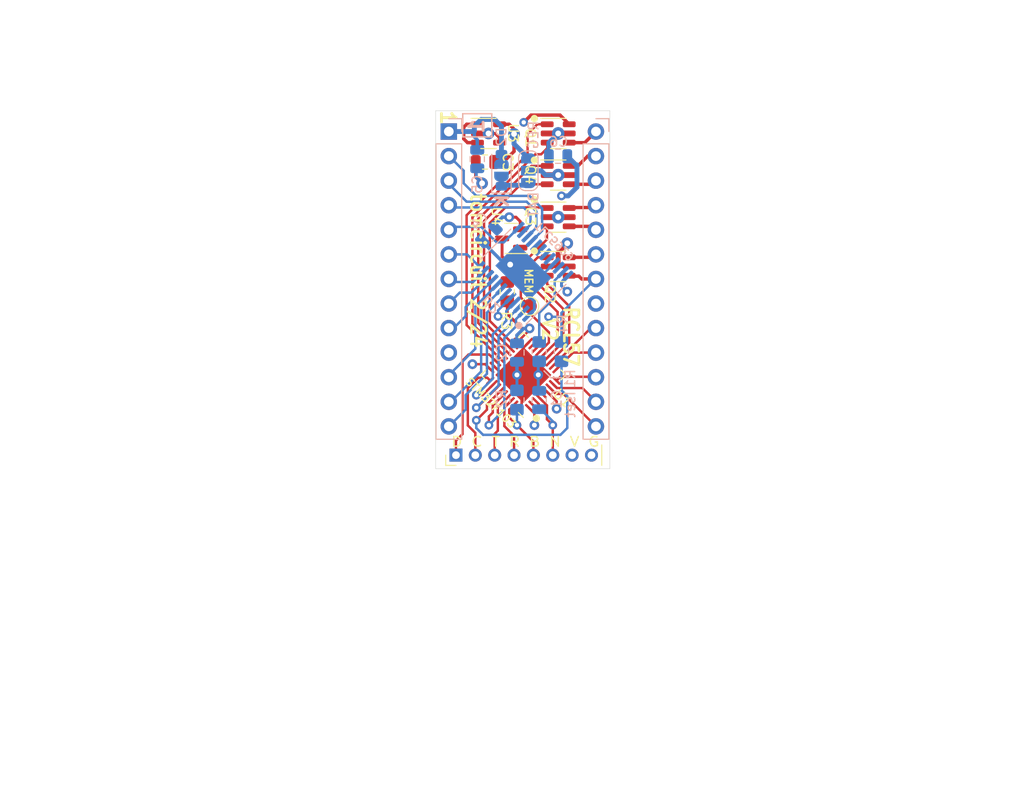
<source format=kicad_pcb>
(kicad_pcb (version 20221018) (generator pcbnew)
  (layers (0 "F.Cu" signal) (1 "In1.Cu" mixed) (2 "In2.Cu" mixed) (31 "B.Cu" signal) (34 "B.Paste" user) (35 "F.Paste" user) (36 "B.SilkS" user "B.Silkscreen") (37 "F.SilkS" user "F.Silkscreen") (38 "B.Mask" user) (39 "F.Mask" user) (44 "Edge.Cuts" user))
  (net 0 "")
  (net 1 "GND")
  (net 2 "+3V3")
  (net 3 "+BATT")
  (net 6 "VBUS")
  (net 13 "Net-(U2-IREF)")
  (net 16 "/NRST")
  (net 17 "/D1SP")
  (net 18 "/D2")
  (net 19 "/D3")
  (net 20 "/D4")
  (net 21 "/D5")
  (net 22 "/D6")
  (net 23 "/D7")
  (net 24 "/D8")
  (net 25 "/D9")
  (net 26 "/D10")
  (net 27 "/D11")
  (net 28 "/SG")
  (net 29 "/SF")
  (net 30 "/SE")
  (net 31 "/SC")
  (net 32 "/SB")
  (net 33 "/SA")
  (net 34 "/D12SD")
  (net 35 "/K5")
  (net 36 "/K4")
  (net 37 "/K3")
  (net 38 "/K2")
  (net 39 "/K1")
  (net 40 "/SWDIO")
  (net 41 "/SWCLK")
  (net 42 "/U1TXD")
  (net 43 "/U1RXD")
  (net 44 "/BOOT0")
  (net 45 "/P_DRIVE")
  (net 46 "/G_DRIVE")
  (net 47 "/A_DRIVE")
  (net 48 "/D_DRIVE")
  (net 49 "/C_DRIVE")
  (net 50 "/B_DRIVE")
  (net 51 "/F_DRIVE")
  (net 52 "/E_DRIVE")
  (net 53 "/MEMIO")
  (net 54 "/D12MCU")
  (net 55 "/LATCH")
  (net 56 "/SCLK")
  (net 57 "/SDATA")
  (net 58 "Net-(D2-K)")
  (footprint "Package_TO_SOT_SMD:SOT-23-6" (layer "F.Cu") (at 148.459999 96.1)
    (fp_text reference "Q2")
    (fp_text value "DMP2240UDM-7")
  )
  (footprint "Package_DFN_QFN:QFN-36-1EP_6x6mm_P0.5mm_EP4.1x4.1mm" (layer "F.Cu") (at 144.859999 107.309585 135)
    (fp_text reference "U1")
    (fp_text value "STM32F103TBUx")
  )
  (footprint "Capacitor_SMD:C_0805_2012Metric" (layer "F.Cu") (at 140.9 85.3 180)
    (fp_text reference "C3")
    (fp_text value "4.7uF")
  )
  (footprint "Package_TO_SOT_SMD:SOT-23-6" (layer "F.Cu") (at 148.46 82.347056)
    (fp_text reference "Q1")
    (fp_text value "DMP2240UDM-7")
  )
  (footprint "Package_TO_SOT_SMD:SOT-23-6" (layer "F.Cu") (at 148.4625 86.65)
    (fp_text reference "Q4")
    (fp_text value "DMP2240UDM-7")
  )
  (footprint "Connector_PinHeader_2.00mm:PinHeader_1x08_P2.00mm_Vertical" (layer "F.Cu") (at 137.9 115.6 90)
    (fp_text reference "J3" hide)
    (fp_text value "STLINK" hide)
  )
  (footprint "Resistor_SMD:R_0805_2012Metric_Pad1.20x1.40mm_HandSolder" (layer "F.Cu") (at 143.2 98.7 90)
    (fp_text reference "R3")
    (fp_text value "47K")
  )
  (footprint "TestPoint:TestPoint_Pad_D1.5mm" (layer "F.Cu") (at 145.5 100.2)
    (fp_text reference "TP1" hide)
    (fp_text value "MEMIO")
  )
  (footprint "Package_TO_SOT_SMD:SOT-23" (layer "F.Cu") (at 143.6 93.2 180)
    (fp_text reference "U4")
    (fp_text value "11AA080/TT")
  )
  (footprint "Package_TO_SOT_SMD:SOT-23-5" (layer "F.Cu") (at 141.26 82.347056)
    (fp_text reference "U3")
    (fp_text value "TLV70033")
  )
  (footprint "Package_TO_SOT_SMD:SOT-23-6" (layer "F.Cu") (at 148.459999 91)
    (fp_text reference "Q3")
    (fp_text value "DMP2240UDM-7")
  )
  (footprint "Capacitor_SMD:C_0805_2012Metric" (layer "B.Cu") (at 144.2 105 -90)
    (fp_text reference "C2")
    (fp_text value "100nF")
  )
  (footprint "Diode_SMD:D_SOD-123" (layer "B.Cu") (at 142.6 86.15 90)
    (fp_text reference "D2")
    (fp_text value "MBR0520")
  )
  (footprint "Capacitor_SMD:C_0805_2012Metric" (layer "B.Cu") (at 140.1 85 -90)
    (fp_text reference "C5")
    (fp_text value "100nF")
  )
  (footprint "Resistor_SMD:R_0805_2012Metric_Pad1.20x1.40mm_HandSolder" (layer "B.Cu") (at 148.8 104.9 -90)
    (fp_text reference "R4")
    (fp_text value "470")
  )
  (footprint "Capacitor_SMD:C_0805_2012Metric" (layer "B.Cu") (at 148.449999 84.7)
    (fp_text reference "C6")
    (fp_text value "4.7uF")
  )
  (footprint "Capacitor_SMD:C_0805_2012Metric" (layer "B.Cu") (at 141.3 92.8 -135)
    (fp_text reference "C4")
    (fp_text value "100nF")
  )
  (footprint "Jumper:SolderJumper-2_P1.3mm_Open_RoundedPad1.0x1.5mm" (layer "B.Cu") (at 142.6 86.15 -90)
    (fp_text reference "JP1" hide)
    (fp_text value "NoDiode" hide)
  )
  (footprint "Connector_PinHeader_2.54mm:PinHeader_1x13_P2.54mm_Vertical" (layer "B.Cu") (at 137.16 82.147058 180)
    (fp_text reference "J1" hide)
    (fp_text value "TMC1500 p1-13")
  )
  (footprint "Resistor_SMD:R_0805_2012Metric_Pad1.20x1.40mm_HandSolder" (layer "B.Cu") (at 146.5 104.9 -90)
    (fp_text reference "R1")
    (fp_text value "6.8K")
  )
  (footprint "Resistor_SMD:R_0805_2012Metric_Pad1.20x1.40mm_HandSolder" (layer "B.Cu") (at 144.2 109.9 90)
    (fp_text reference "R2")
    (fp_text value "47K")
  )
  (footprint "Jumper:SolderJumper-3_P1.3mm_Open_RoundedPad1.0x1.5mm_NumberLabels" (layer "B.Cu") (at 145.375 86.2 -90)
    (fp_text reference "JP2" hide)
    (fp_text value "VBUS" hide)
  )
  (footprint "Package_SO:TSSOP-24-1EP_4.4x7.8mm_P0.65mm_EP3.2x5mm" (layer "B.Cu") (at 144.859999 96.647056 45)
    (fp_text reference "U2")
    (fp_text value "TLC5929PWP")
  )
  (footprint "Connector_PinHeader_2.54mm:PinHeader_1x13_P2.54mm_Vertical" (layer "B.Cu") (at 152.36 82.147056 180)
    (fp_text reference "J2" hide)
    (fp_text value "TMC1500 p28-16")
  )
  (footprint "Capacitor_SMD:C_0805_2012Metric" (layer "B.Cu") (at 146.5 109.9 -90)
    (fp_text reference "C1")
    (fp_text value "100nF")
  )
  (gr_line (start 141.600001 80.300002) (end 138.6 80.300002) (stroke (width 0.15)) (layer "B.SilkS"))
  (gr_line (start 138.6 82.7) (end 141.600001 82.7) (stroke (width 0.15)) (layer "B.SilkS"))
  (gr_line (start 141.600001 82.7) (end 141.600001 80.300002) (stroke (width 0.15)) (layer "B.SilkS"))
  (gr_line (start 147.7 107.6) (end 147 106.9) (stroke (width 0.15)) (layer "B.SilkS"))
  (gr_circle (center 144.4 102.2) (end 144.7 102.2) (stroke (width 0.15)) (fill solid) (layer "B.SilkS"))
  (gr_line (start 148.8 107.6) (end 147.7 107.6) (stroke (width 0.15)) (layer "B.SilkS"))
  (gr_line (start 138.6 80.300002) (end 138.6 82.7) (stroke (width 0.15)) (layer "B.SilkS"))
  (gr_circle (center 146 89.2) (end 146.3 89.2) (stroke (width 0.15)) (fill solid) (layer "F.SilkS"))
  (gr_circle (center 146 80.8) (end 146.3 80.8) (stroke (width 0.15)) (fill solid) (layer "F.SilkS"))
  (gr_circle (center 146 85.1) (end 146.3 85.1) (stroke (width 0.15)) (fill solid) (layer "F.SilkS"))
  (gr_circle (center 146.2 111.8) (end 146.5 111.8) (stroke (width 0.15)) (fill solid) (layer "F.SilkS"))
  (gr_circle (center 146 94.5) (end 146.3 94.5) (stroke (width 0.15)) (fill solid) (layer "F.SilkS"))
  (gr_line (start 135.8 117) (end 149.8 117) (stroke (width 0.05)) (layer "Edge.Cuts"))
  (gr_line (start 135.8 117) (end 135.8 80) (stroke (width 0.05)) (layer "Edge.Cuts"))
  (gr_line (start 135.8 80) (end 153.8 80) (stroke (width 0.05)) (layer "Edge.Cuts"))
  (gr_line (start 153.8 80) (end 153.8 86.2) (stroke (width 0.05)) (layer "Edge.Cuts"))
  (gr_line (start 153.8 117) (end 153.8 86.2) (stroke (width 0.05)) (layer "Edge.Cuts"))
  (gr_line (start 149.8 117) (end 153.8 117) (stroke (width 0.05)) (layer "Edge.Cuts"))
  (gr_text "1" (at 140.9 80.7 90) (layer "B.SilkS") (effects (font (size 1.5 1.5) (thickness 0.3) bold) (justify left bottom mirror)))
  (gr_text "Iset" (at 150.3 108.9 90) (layer "B.SilkS") (effects (font (size 1 1)) (justify left bottom mirror)))
  (gr_text "K" (at 143.4 88.51 90) (layer "B.SilkS") (effects (font (size 1.25 1.25) (thickness 0.3) bold) (justify left bottom mirror)))
  (gr_text "D C T R B N V G" (at 137.3 114.8) (layer "F.SilkS") (effects (font (size 1 1.18)) (justify left bottom)))
  (gr_text "tomcircuit 2/24" (at 139.3 88.4 270) (layer "F.SilkS") (effects (font (size 1.5 1.3) (thickness 0.25) bold) (justify left bottom)))
  (gr_text "1" (at 136.2 79.8 -90) (layer "F.SilkS") (effects (font (size 1.5 1.5) (thickness 0.3) bold) (justify left bottom)))
  (gr_text "V2" (at 147.6 102.6 270) (layer "F.SilkS") (effects (font (size 1.5 1.3) (thickness 0.25) bold)))
  (gr_text "RCL57" (at 148.9 100.1 270) (layer "F.SilkS") (effects (font (size 1.5 1.3) (thickness 0.28) bold) (justify left bottom)))
  (segment (start 144.859999 107.309585) (end 144.684631 107.484953) (width 0.25) (layer "F.Cu") (net 1))
  (segment (start 144.684631 110.315369) (end 144.227122 110.772878) (width 0.25) (layer "F.Cu") (net 1))
  (segment (start 146.866415 109.316) (end 144.859999 107.309585) (width 0.25) (layer "F.Cu") (net 1))
  (segment (start 141.947056 82.347056) (end 141.26 82.347056) (width 0.3) (layer "F.Cu") (net 1))
  (segment (start 142.3975 83.297056) (end 142.3975 82.7975) (width 0.3) (layer "F.Cu") (net 1))
  (segment (start 144.684631 107.484953) (end 144.684631 110.315369) (width 0.25) (layer "F.Cu") (net 1))
  (segment (start 144.859999 107.309585) (end 142.738679 107.309583) (width 0.25) (layer "F.Cu") (net 1))
  (segment (start 144.859999 104.516514) (end 145.4522 103.924313) (width 0.25) (layer "F.Cu") (net 1))
  (segment (start 140.1225 82.347056) (end 141.26 82.347056) (width 0.35) (layer "F.Cu") (net 1))
  (segment (start 143.5 95.9) (end 143.49999 95.90001) (width 0.3) (layer "F.Cu") (net 1))
  (segment (start 142.3975 82.7975) (end 141.947056 82.347056) (width 0.3) (layer "F.Cu") (net 1))
  (segment (start 142.6625 95.0625) (end 143.5 95.9) (width 0.3) (layer "F.Cu") (net 1))
  (segment (start 144.859999 107.309585) (end 144.859999 104.516514) (width 0.25) (layer "F.Cu") (net 1))
  (segment (start 139.95 85.3) (end 139.95 86.85) (width 0.35) (layer "F.Cu") (net 1))
  (segment (start 142.6625 93.2) (end 142.6625 95.0625) (width 0.3) (layer "F.Cu") (net 1))
  (segment (start 145.4522 103.924313) (end 145.4522 103.888956) (width 0.25) (layer "F.Cu") (net 1))
  (segment (start 142.738679 107.309583) (end 141.792923 106.36383) (width 0.25) (layer "F.Cu") (net 1))
  (segment (start 139.95 86.85) (end 140.6 87.5) (width 0.35) (layer "F.Cu") (net 1))
  (via (at 140.6 87.5) (size 1.2) (drill 0.6) (layers "F.Cu" "B.Cu") (net 1))
  (via (at 141.26 82.347056) (size 1.2) (drill 0.6) (layers "F.Cu" "B.Cu") (net 1))
  (via (at 146.4 107.3) (size 1) (drill 0.5) (layers "F.Cu" "B.Cu") (net 1))
  (via (at 148.8 88.8) (size 0.9) (drill 0.45) (layers "F.Cu" "B.Cu") (net 1))
  (via (at 144.2 107.309585) (size 1) (drill 0.5) (layers "F.Cu" "B.Cu") (net 1))
  (via (at 143.5 95.9) (size 1.2) (drill 0.6) (layers "F.Cu" "B.Cu") (net 1))
  (segment (start 143.5 95.9) (end 143.2 96.9) (width 0.3) (layer "B.Cu") (net 1))
  (segment (start 143.2 96.9) (end 146 99.7) (width 0.3) (layer "B.Cu") (net 1))
  (segment (start 149.5 88.8) (end 150.4 87.9) (width 0.5) (layer "B.Cu") (net 1))
  (segment (start 143 95.9) (end 143.5 95.9) (width 0.35) (layer "B.Cu") (net 1))
  (segment (start 144.2 107.309585) (end 144.2 106.649586) (width 0.35) (layer "B.Cu") (net 1))
  (segment (start 140.628249 93.528249) (end 143 95.9) (width 0.35) (layer "B.Cu") (net 1))
  (segment (start 146.5 97.305152) (end 144.905152 97.305152) (width 0.25) (layer "B.Cu") (net 1))
  (segment (start 140 86.05) (end 140 86.9) (width 0.3) (layer "B.Cu") (net 1))
  (segment (start 144.905152 97.305152) (end 143.5 95.9) (width 0.25) (layer "B.Cu") (net 1))
  (segment (start 144.2 106.649586) (end 144.2 105.95) (width 0.35) (layer "B.Cu") (net 1))
  (segment (start 146 100.56287) (end 145.363814 101.199056) (width 0.3) (layer "B.Cu") (net 1))
  (segment (start 140.1 85.95) (end 140 86.05) (width 0.3) (layer "B.Cu") (net 1))
  (segment (start 150.299999 85.6) (end 149.399999 84.7) (width 0.5) (layer "B.Cu") (net 1))
  (segment (start 140 86.9) (end 140.6 87.5) (width 0.3) (layer "B.Cu") (net 1))
  (segment (start 148.033141 95.772011) (end 146.5 97.305152) (width 0.25) (layer "B.Cu") (net 1))
  (segment (start 150.4 87.9) (end 150.4 85.6) (width 0.5) (layer "B.Cu") (net 1))
  (segment (start 146 99.7) (end 146 100.56287) (width 0.3) (layer "B.Cu") (net 1))
  (segment (start 140.628249 93.471751) (end 140.628249 93.528249) (width 0.35) (layer "B.Cu") (net 1))
  (segment (start 146.5 105.9) (end 146.4 106) (width 0.3) (layer "B.Cu") (net 1))
  (segment (start 146.5 108.95) (end 146.4 108.85) (width 0.3) (layer "B.Cu") (net 1))
  (segment (start 148.8 88.8) (end 149.5 88.8) (width 0.5) (layer "B.Cu") (net 1))
  (segment (start 146.4 106) (end 146.4 107.3) (width 0.3) (layer "B.Cu") (net 1))
  (segment (start 146.4 108.85) (end 146.4 107.3) (width 0.3) (layer "B.Cu") (net 1))
  (segment (start 144.2 107.309585) (end 144.2 108.9) (width 0.3) (layer "B.Cu") (net 1))
  (segment (start 150.4 85.6) (end 150.299999 85.6) (width 0.5) (layer "B.Cu") (net 1))
  (segment (start 143.9 81.9) (end 143.9 84.2) (width 0.35) (layer "F.Cu") (net 2))
  (segment (start 142.41 81.397056) (end 143.397056 81.397056) (width 0.35) (layer "F.Cu") (net 2))
  (segment (start 145.452201 110.730212) (end 146 111.278011) (width 0.25) (layer "F.Cu") (net 2))
  (segment (start 144.1 91) (end 143.4 91) (width 0.3) (layer "F.Cu") (net 2))
  (segment (start 146 111.278011) (end 146 112.5) (width 0.25) (layer "F.Cu") (net 2))
  (segment (start 147.219969 108.962446) (end 148.3 110.042477) (width 0.25) (layer "F.Cu") (net 2))
  (segment (start 144.7 102.5) (end 145.5 102.5) (width 0.3) (layer "F.Cu") (net 2))
  (segment (start 143.2 99.7) (end 143.2 101) (width 0.3) (layer "F.Cu") (net 2))
  (segment (start 144.267798 103.888953) (end 145.5 102.656751) (width 0.25) (layer "F.Cu") (net 2))
  (segment (start 142.3975 81.397056) (end 142.41 81.397056) (width 0.3) (layer "F.Cu") (net 2))
  (segment (start 143.2 101) (end 144.7 102.5) (width 0.3) (layer "F.Cu") (net 2))
  (segment (start 144.5375 92.25) (end 144.5375 91.4375) (width 0.3) (layer "F.Cu") (net 2))
  (segment (start 142.8 85.3) (end 141.85 85.3) (width 0.35) (layer "F.Cu") (net 2))
  (segment (start 140.921989 106.2) (end 139.600002 106.2) (width 0.25) (layer "F.Cu") (net 2))
  (segment (start 143.9 84.2) (end 142.8 85.3) (width 0.35) (layer "F.Cu") (net 2))
  (segment (start 144.5375 91.4375) (end 144.1 91) (width 0.3) (layer "F.Cu") (net 2))
  (segment (start 143.397056 81.397056) (end 143.9 81.9) (width 0.35) (layer "F.Cu") (net 2))
  (segment (start 145.5 102.656751) (end 145.5 102.5) (width 0.25) (layer "F.Cu") (net 2))
  (segment (start 141.43937 106.717381) (end 140.921989 106.2) (width 0.25) (layer "F.Cu") (net 2))
  (segment (start 148.3 110.042477) (end 148.3 110.799994) (width 0.25) (layer "F.Cu") (net 2))
  (via (at 148.3 110.799994) (size 1) (drill 0.5) (layers "F.Cu" "B.Cu") (net 2))
  (via (at 146 112.5) (size 1) (drill 0.5) (layers "F.Cu" "B.Cu") (net 2))
  (via (at 149.4 98.700002) (size 1) (drill 0.5) (layers "F.Cu" "B.Cu") (net 2))
  (via (at 139.600002 106.2) (size 1) (drill 0.5) (layers "F.Cu" "B.Cu") (net 2))
  (via (at 143.9 82.4) (size 1.2) (drill 0.6) (layers "F.Cu" "B.Cu") (net 2))
  (via (at 145.5 102.5) (size 1) (drill 0.5) (layers "F.Cu" "B.Cu") (net 2))
  (via (at 143.4 91) (size 1) (drill 0.5) (layers "F.Cu" "B.Cu") (net 2))
  (segment (start 148.8 97.762869) (end 148.8 98.100002) (width 0.3) (layer "B.Cu") (net 2))
  (segment (start 144.9 102.5) (end 145.5 102.5) (width 0.35) (layer "B.Cu") (net 2))
  (segment (start 143.9 83.425) (end 145.375 84.9) (width 0.5) (layer "B.Cu") (net 2))
  (segment (start 141.971751 92.128249) (end 141.971751 91.728249) (width 0.35) (layer "B.Cu") (net 2))
  (segment (start 143.9 82.4) (end 143.9 83.425) (width 0.5) (layer "B.Cu") (net 2))
  (segment (start 141.971751 91.728249) (end 142.7 91) (width 0.35) (layer "B.Cu") (net 2))
  (segment (start 149.411998 97.150871) (end 148.8 97.762869) (width 0.3) (layer "B.Cu") (net 2))
  (segment (start 144.2 103.2) (end 144.9 102.5) (width 0.35) (layer "B.Cu") (net 2))
  (segment (start 144.2 104.05) (end 144.2 103.2) (width 0.35) (layer "B.Cu") (net 2))
  (segment (start 148.8 98.100002) (end 149.4 98.700002) (width 0.3) (layer "B.Cu") (net 2))
  (segment (start 142.7 91) (end 143.4 91) (width 0.35) (layer "B.Cu") (net 2))
  (segment (start 138.7 81.7) (end 139.002943 81.397057) (width 0.35) (layer "F.Cu") (net 3))
  (segment (start 139.002943 81.397057) (end 140.1225 81.397057) (width 0.35) (layer "F.Cu") (net 3))
  (segment (start 138.7 82.147058) (end 138.7 81.7) (width 0.35) (layer "F.Cu") (net 3))
  (segment (start 139.1 83.3) (end 140.119556 83.3) (width 0.35) (layer "F.Cu") (net 3))
  (segment (start 138.7 82.9) (end 139.1 83.3) (width 0.35) (layer "F.Cu") (net 3))
  (segment (start 138.7 82.147058) (end 138.7 82.9) (width 0.35) (layer "F.Cu") (net 3))
  (segment (start 137.16 82.147058) (end 138.7 82.147058) (width 0.35) (layer "F.Cu") (net 3))
  (segment (start 139.8 81.6) (end 140.5 80.9) (width 0.5) (layer "B.Cu") (net 3))
  (segment (start 139.8 82.1) (end 139.8 82.7) (width 0.35) (layer "B.Cu") (net 3))
  (segment (start 137.16 82.147058) (end 139.752942 82.147058) (width 0.5) (layer "B.Cu") (net 3))
  (segment (start 140.1 83) (end 140.1 84.05) (width 0.35) (layer "B.Cu") (net 3))
  (segment (start 141.9 80.9) (end 142.6 81.6) (width 0.5) (layer "B.Cu") (net 3))
  (segment (start 142.6 81.6) (end 142.6 84.5) (width 0.5) (layer "B.Cu") (net 3))
  (segment (start 139.752942 82.147058) (end 139.8 82.1) (width 0.5) (layer "B.Cu") (net 3))
  (segment (start 139.8 82.1) (end 139.8 81.6) (width 0.5) (layer "B.Cu") (net 3))
  (segment (start 142.6 84.5) (end 142.6 85.5) (width 0.5) (layer "B.Cu") (net 3))
  (segment (start 139.8 82.7) (end 140.1 83) (width 0.35) (layer "B.Cu") (net 3))
  (segment (start 140.5 80.9) (end 141.9 80.9) (width 0.5) (layer "B.Cu") (net 3))
  (segment (start 148.460003 96.039997) (end 148.4 96.1) (width 0.35) (layer "F.Cu") (net 6))
  (segment (start 148.460003 94.639995) (end 149.399999 93.699999) (width 0.5) (layer "F.Cu") (net 6))
  (segment (start 148.460003 96.039997) (end 148.460003 94.639995) (width 0.5) (layer "F.Cu") (net 6))
  (segment (start 148.4 96.1) (end 147.322499 96.1) (width 0.35) (layer "F.Cu") (net 6))
  (segment (start 149.5975 82.347056) (end 147.3225 82.347056) (width 0.5) (layer "F.Cu") (net 6))
  (segment (start 147.325 86.65) (end 149.6 86.65) (width 0.5) (layer "F.Cu") (net 6))
  (segment (start 148.520006 96.1) (end 149.597499 96.1) (width 0.35) (layer "F.Cu") (net 6))
  (segment (start 148.460003 96.039997) (end 148.520006 96.1) (width 0.35) (layer "F.Cu") (net 6))
  (segment (start 148.459999 91) (end 148.460003 91.000004) (width 0.35) (layer "F.Cu") (net 6))
  (segment (start 147.322499 91) (end 149.597499 91) (width 0.5) (layer "F.Cu") (net 6))
  (via (at 149.399999 93.699999) (size 1.2) (drill 0.6) (layers "F.Cu" "B.Cu") (net 6))
  (via (at 148.4625 86.65) (size 1.3) (drill 0.6) (layers "F.Cu" "B.Cu") (net 6))
  (via (at 148.46 82.347056) (size 1.3) (drill 0.6) (layers "F.Cu" "B.Cu") (net 6))
  (via (at 148.459999 91) (size 1.3) (drill 0.6) (layers "F.Cu" "B.Cu") (net 6))
  (segment (start 147.499999 84.7) (end 147.499999 83.307057) (width 0.5) (layer "B.Cu") (net 6))
  (segment (start 147.499999 83.307057) (end 148.46 82.347056) (width 0.5) (layer "B.Cu") (net 6))
  (segment (start 147.15 86.65) (end 148.4625 86.65) (width 0.5) (layer "B.Cu") (net 6))
  (segment (start 146.7 86.2) (end 147.15 86.65) (width 0.5) (layer "B.Cu") (net 6))
  (segment (start 145.3 86.2) (end 146.7 86.2) (width 0.5) (layer "B.Cu") (net 6))
  (segment (start 148.1 97.543632) (end 148.1 99.3) (width 0.25) (layer "B.Cu") (net 13))
  (segment (start 148.95238 96.691252) (end 148.1 97.543632) (width 0.25) (layer "B.Cu") (net 13))
  (segment (start 148.1 99.3) (end 146.5 100.9) (width 0.25) (layer "B.Cu") (net 13))
  (segment (start 146.5 100.9) (end 146.5 103.9) (width 0.25) (layer "B.Cu") (net 13))
  (segment (start 146.512863 109.669554) (end 147.3 110.456691) (width 0.25) (layer "F.Cu") (net 16))
  (segment (start 147.9 115.6) (end 147.9 112.499998) (width 0.25) (layer "F.Cu") (net 16))
  (segment (start 147.3 111.899998) (end 147.9 112.499998) (width 0.25) (layer "F.Cu") (net 16))
  (segment (start 147.3 110.456691) (end 147.3 111.899998) (width 0.25) (layer "F.Cu") (net 16))
  (via (at 147.9 112.499998) (size 0.9) (drill 0.45) (layers "F.Cu" "B.Cu") (net 16))
  (segment (start 146.65 110.85) (end 147.9 112.1) (width 0.25) (layer "B.Cu") (net 16))
  (segment (start 147.9 112.1) (end 147.9 112.499998) (width 0.25) (layer "B.Cu") (net 16))
  (segment (start 146.5 110.85) (end 146.65 110.85) (width 0.25) (layer "B.Cu") (net 16))
  (segment (start 145.652944 80.447056) (end 144.9 81.2) (width 0.35) (layer "F.Cu") (net 17))
  (segment (start 148.647498 80.447056) (end 145.652944 80.447056) (width 0.35) (layer "F.Cu") (net 17))
  (segment (start 149.597499 81.397057) (end 148.647498 80.447056) (width 0.35) (layer "F.Cu") (net 17))
  (via (at 144.9 81.2) (size 0.9) (drill 0.45) (layers "F.Cu" "B.Cu") (net 17))
  (segment (start 140 88.8) (end 138.7 87.5) (width 0.25) (layer "B.Cu") (net 17))
  (segment (start 138.7 87.5) (end 138.7 86.2) (width 0.25) (layer "B.Cu") (net 17))
  (segment (start 145.735044 93.473914) (end 146.8 92.408958) (width 0.25) (layer "B.Cu") (net 17))
  (segment (start 137.187057 84.687057) (end 137.16 84.687057) (width 0.25) (layer "B.Cu") (net 17))
  (segment (start 138.7 86.2) (end 137.187057 84.687057) (width 0.25) (layer "B.Cu") (net 17))
  (segment (start 146.8 90.1) (end 145.5 88.8) (width 0.25) (layer "B.Cu") (net 17))
  (segment (start 145.5 88.8) (end 140 88.8) (width 0.25) (layer "B.Cu") (net 17))
  (segment (start 146.8 92.408958) (end 146.8 90.1) (width 0.25) (layer "B.Cu") (net 17))
  (segment (start 146.2 92.089719) (end 146.2 90.4) (width 0.25) (layer "B.Cu") (net 18))
  (segment (start 145.285705 93.014295) (end 145.275424 93.014295) (width 0.25) (layer "B.Cu") (net 18))
  (segment (start 139 89.4) (end 137.16 87.56) (width 0.25) (layer "B.Cu") (net 18))
  (segment (start 137.16 87.56) (end 137.16 87.227058) (width 0.25) (layer "B.Cu") (net 18))
  (segment (start 145.275424 93.014295) (end 146.2 92.089719) (width 0.25) (layer "B.Cu") (net 18))
  (segment (start 146.2 90.4) (end 145.2 89.4) (width 0.25) (layer "B.Cu") (net 18))
  (segment (start 145.2 89.4) (end 139 89.4) (width 0.25) (layer "B.Cu") (net 18))
  (segment (start 144.9 90) (end 145.6 90.7) (width 0.25) (layer "B.Cu") (net 19))
  (segment (start 145.6 91.770481) (end 144.815805 92.554676) (width 0.25) (layer "B.Cu") (net 19))
  (segment (start 137.16 89.767058) (end 137.392942 90) (width 0.25) (layer "B.Cu") (net 19))
  (segment (start 145.6 90.7) (end 145.6 91.770481) (width 0.25) (layer "B.Cu") (net 19))
  (segment (start 137.392942 90) (end 144.9 90) (width 0.25) (layer "B.Cu") (net 19))
  (segment (start 140.5 92) (end 142.1 93.6) (width 0.25) (layer "B.Cu") (net 20))
  (segment (start 137.9 92) (end 140.5 92) (width 0.25) (layer "B.Cu") (net 20))
  (segment (start 137.592942 92.307058) (end 137.9 92) (width 0.25) (layer "B.Cu") (net 20))
  (segment (start 142.851241 93.6) (end 144.365024 92.086217) (width 0.25) (layer "B.Cu") (net 20))
  (segment (start 137.16 92.307058) (end 137.592942 92.307058) (width 0.25) (layer "B.Cu") (net 20))
  (segment (start 142.1 93.6) (end 142.851241 93.6) (width 0.25) (layer "B.Cu") (net 20))
  (segment (start 137.16 94.847058) (end 139.047058 94.847058) (width 0.25) (layer "B.Cu") (net 21))
  (segment (start 140.307999 96.107999) (end 140.307999 96.143242) (width 0.25) (layer "B.Cu") (net 21))
  (segment (start 139.047058 94.847058) (end 140.307999 96.107999) (width 0.25) (layer "B.Cu") (net 21))
  (segment (start 139.670481 97.7) (end 140.767619 96.602862) (width 0.25) (layer "B.Cu") (net 22))
  (segment (start 137.16 97.387058) (end 137.472942 97.7) (width 0.25) (layer "B.Cu") (net 22))
  (segment (start 137.472942 97.7) (end 139.670481 97.7) (width 0.25) (layer "B.Cu") (net 22))
  (segment (start 137.159997 99.927057) (end 138.287054 98.8) (width 0.25) (layer "B.Cu") (net 23))
  (segment (start 138.287054 98.8) (end 139.489719 98.8) (width 0.25) (layer "B.Cu") (net 23))
  (segment (start 139.489719 98.8) (end 141.227238 97.062481) (width 0.25) (layer "B.Cu") (net 23))
  (segment (start 141.191027 98.008973) (end 141.199985 98.008973) (width 0.25) (layer "B.Cu") (net 24))
  (segment (start 137.16 102.467058) (end 137.661139 102.467058) (width 0.25) (layer "B.Cu") (net 24))
  (segment (start 138.9 100.3) (end 141.191027 98.008973) (width 0.25) (layer "B.Cu") (net 24))
  (segment (start 141.199985 98.008973) (end 141.686857 97.522101) (width 0.25) (layer "B.Cu") (net 24))
  (segment (start 138.9 101.228197) (end 138.9 100.3) (width 0.25) (layer "B.Cu") (net 24))
  (segment (start 137.661139 102.467058) (end 138.9 101.228197) (width 0.25) (layer "B.Cu") (net 24))
  (segment (start 137.16 102.467056) (end 137.661142 102.467056) (width 0.25) (layer "B.Cu") (net 24))
  (segment (start 139.9 104.6) (end 139.9 100.228197) (width 0.25) (layer "B.Cu") (net 25))
  (segment (start 137.16 107.547058) (end 137.16 107.34) (width 0.25) (layer "B.Cu") (net 25))
  (segment (start 137.16 107.34) (end 139.9 104.6) (width 0.25) (layer "B.Cu") (net 25))
  (segment (start 139.9 100.228197) (end 142.146477 97.98172) (width 0.25) (layer "B.Cu") (net 25))
  (segment (start 140.5 106.954074) (end 140.5 100.547435) (width 0.25) (layer "B.Cu") (net 26))
  (segment (start 137.316014 110.087056) (end 137.367018 110.087056) (width 0.25) (layer "B.Cu") (net 26))
  (segment (start 137.367018 110.087056) (end 140.5 106.954074) (width 0.25) (layer "B.Cu") (net 26))
  (segment (start 140.5 100.547435) (end 142.606096 98.441339) (width 0.25) (layer "B.Cu") (net 26))
  (segment (start 137.172942 112.627058) (end 138.9 110.9) (width 0.25) (layer "B.Cu") (net 27))
  (segment (start 141.1 107.19161) (end 141.1 100.866675) (width 0.25) (layer "B.Cu") (net 27))
  (segment (start 141.1 100.866675) (end 143.065716 98.900959) (width 0.25) (layer "B.Cu") (net 27))
  (segment (start 137.159999 112.627058) (end 137.172942 112.627058) (width 0.25) (layer "B.Cu") (net 27))
  (segment (start 138.9 109.39161) (end 141.1 107.19161) (width 0.25) (layer "B.Cu") (net 27))
  (segment (start 138.9 110.9) (end 138.9 109.39161) (width 0.25) (layer "B.Cu") (net 27))
  (segment (start 151.21 83.297056) (end 152.36 82.147056) (width 0.35) (layer "F.Cu") (net 28))
  (segment (start 149.597499 83.297056) (end 151.21 83.297056) (width 0.35) (layer "F.Cu") (net 28))
  (segment (start 151.512941 84.687059) (end 152.359999 84.687059) (width 0.35) (layer "F.Cu") (net 29))
  (segment (start 150.5 85.7) (end 151.512941 84.687059) (width 0.35) (layer "F.Cu") (net 29))
  (segment (start 149.6 85.7) (end 150.5 85.7) (width 0.35) (layer "F.Cu") (net 29))
  (segment (start 149.6 87.6) (end 151.987056 87.6) (width 0.35) (layer "F.Cu") (net 30))
  (segment (start 151.987056 87.6) (end 152.359999 87.227057) (width 0.35) (layer "F.Cu") (net 30))
  (segment (start 152.127057 90) (end 152.359999 89.767058) (width 0.35) (layer "F.Cu") (net 31))
  (segment (start 149.597499 90.05) (end 149.647499 90) (width 0.35) (layer "F.Cu") (net 31))
  (segment (start 149.647499 90) (end 152.127057 90) (width 0.35) (layer "F.Cu") (net 31))
  (segment (start 152.107056 92.307056) (end 152.36 92.307056) (width 0.35) (layer "F.Cu") (net 32))
  (segment (start 149.597499 91.95) (end 151.75 91.95) (width 0.35) (layer "F.Cu") (net 32))
  (segment (start 151.75 91.95) (end 152.107056 92.307056) (width 0.35) (layer "F.Cu") (net 32))
  (segment (start 152.3 92.247056) (end 152.36 92.307056) (width 0.3) (layer "F.Cu") (net 32))
  (segment (start 152.057056 95.15) (end 152.359999 94.847057) (width 0.35) (layer "F.Cu") (net 33))
  (segment (start 149.597499 95.15) (end 152.057056 95.15) (width 0.35) (layer "F.Cu") (net 33))
  (segment (start 150.887056 97.387056) (end 152.36 97.387056) (width 0.35) (layer "F.Cu") (net 34))
  (segment (start 149.597499 97.05) (end 149.647499 97.1) (width 0.35) (layer "F.Cu") (net 34))
  (segment (start 149.647499 97.1) (end 150.6 97.1) (width 0.35) (layer "F.Cu") (net 34))
  (segment (start 150.6 97.1) (end 150.887056 97.387056) (width 0.35) (layer "F.Cu") (net 34))
  (via (at 147.469869 101.3) (size 0.9) (drill 0.45) (layers "F.Cu" "B.Cu") (net 34))
  (via (at 142.25 101.25) (size 0.9) (drill 0.45) (layers "F.Cu" "B.Cu") (net 34))
  (segment (start 152.312944 97.387056) (end 152.36 97.387056) (width 0.25) (layer "B.Cu") (net 34))
  (segment (start 148.8 100.9) (end 152.312944 97.387056) (width 0.25) (layer "B.Cu") (net 34))
  (segment (start 142.25 100.635913) (end 142.25 101.25) (width 0.25) (layer "B.Cu") (net 34))
  (segment (start 143.516496 99.369417) (end 142.25 100.635913) (width 0.25) (layer "B.Cu") (net 34))
  (segment (start 148.8 103.9) (end 148.8 101.3) (width 0.25) (layer "B.Cu") (net 34))
  (segment (start 148.8 101.3) (end 148.8 100.9) (width 0.25) (layer "B.Cu") (net 34))
  (segment (start 147.469869 101.3) (end 148.8 101.3) (width 0.25) (layer "B.Cu") (net 34))
  (segment (start 147.927075 106.36383) (end 151.823849 102.467056) (width 0.25) (layer "F.Cu") (net 35))
  (segment (start 151.823849 102.467056) (end 152.359999 102.467056) (width 0.25) (layer "F.Cu") (net 35))
  (segment (start 152.352941 105) (end 152.359999 105.007058) (width 0.25) (layer "F.Cu") (net 36))
  (segment (start 148.280628 106.717383) (end 149.998011 105) (width 0.25) (layer "F.Cu") (net 36))
  (segment (start 149.998011 105) (end 152.352941 105) (width 0.25) (layer "F.Cu") (net 36))
  (segment (start 148.280628 107.901787) (end 148.682415 107.5) (width 0.25) (layer "F.Cu") (net 37))
  (segment (start 152.352941 107.5) (end 152.4 107.547059) (width 0.25) (layer "F.Cu") (net 37))
  (segment (start 148.682415 107.5) (end 152.352941 107.5) (width 0.25) (layer "F.Cu") (net 37))
  (segment (start 152.359999 110.059999) (end 152.359999 110.087057) (width 0.25) (layer "F.Cu") (net 38))
  (segment (start 150.969357 108.669357) (end 152.359999 110.059999) (width 0.25) (layer "F.Cu") (net 38))
  (segment (start 147.927075 108.25534) (end 148.341092 108.669357) (width 0.25) (layer "F.Cu") (net 38))
  (segment (start 148.341092 108.669357) (end 150.969357 108.669357) (width 0.25) (layer "F.Cu") (net 38))
  (segment (start 147.573521 108.608894) (end 148.239627 109.275) (width 0.25) (layer "F.Cu") (net 39))
  (segment (start 148.239627 109.275) (end 149.007942 109.275) (width 0.25) (layer "F.Cu") (net 39))
  (segment (start 149.007942 109.275) (end 152.359999 112.627058) (width 0.25) (layer "F.Cu") (net 39))
  (segment (start 142.146478 106.010274) (end 141.336204 105.2) (width 0.25) (layer "F.Cu") (net 40))
  (segment (start 138.575 113.425) (end 137.9 114.1) (width 0.25) (layer "F.Cu") (net 40))
  (segment (start 141.336204 105.2) (end 139.2 105.2) (width 0.25) (layer "F.Cu") (net 40))
  (segment (start 137.9 114.1) (end 137.9 115.6) (width 0.25) (layer "F.Cu") (net 40))
  (segment (start 138.575 105.825) (end 138.575 113.425) (width 0.25) (layer "F.Cu") (net 40))
  (segment (start 139.2 105.2) (end 138.575 105.825) (width 0.25) (layer "F.Cu") (net 40))
  (segment (start 139.9 113.3) (end 139.9 115.6) (width 0.25) (layer "F.Cu") (net 41))
  (segment (start 139.7 115.58) (end 139.72 115.6) (width 0.25) (layer "F.Cu") (net 41))
  (segment (start 141.439372 107.901787) (end 141.137585 107.6) (width 0.25) (layer "F.Cu") (net 41))
  (segment (start 139.125 108.675) (end 139.125 112.525) (width 0.25) (layer "F.Cu") (net 41))
  (segment (start 141.137585 107.6) (end 140.2 107.6) (width 0.25) (layer "F.Cu") (net 41))
  (segment (start 140.2 107.6) (end 139.125 108.675) (width 0.25) (layer "F.Cu") (net 41))
  (segment (start 139.125 112.525) (end 139.9 113.3) (width 0.25) (layer "F.Cu") (net 41))
  (segment (start 142.225 110.65169) (end 142.225 113.075) (width 0.25) (layer "F.Cu") (net 42))
  (segment (start 143.207136 109.669554) (end 142.225 110.65169) (width 0.25) (layer "F.Cu") (net 42))
  (segment (start 141.9 113.4) (end 141.9 115.6) (width 0.25) (layer "F.Cu") (net 42))
  (segment (start 142.225 113.075) (end 141.9 113.4) (width 0.25) (layer "F.Cu") (net 42))
  (segment (start 142.9 112.6) (end 143.9 113.6) (width 0.25) (layer "F.Cu") (net 43))
  (segment (start 143.9 113.6) (end 143.9 115.6) (width 0.25) (layer "F.Cu") (net 43))
  (segment (start 142.9 110.683798) (end 142.9 112.6) (width 0.25) (layer "F.Cu") (net 43))
  (segment (start 143.560691 110.023107) (end 142.9 110.683798) (width 0.25) (layer "F.Cu") (net 43))
  (segment (start 145.9 114.2) (end 144.2 112.500002) (width 0.25) (layer "F.Cu") (net 44))
  (segment (start 143.4 110.890905) (end 143.4 111.700002) (width 0.25) (layer "F.Cu") (net 44))
  (segment (start 143.914244 110.376661) (end 143.4 110.890905) (width 0.25) (layer "F.Cu") (net 44))
  (segment (start 145.9 115.6) (end 145.9 114.2) (width 0.25) (layer "F.Cu") (net 44))
  (segment (start 143.4 111.700002) (end 144.2 112.500002) (width 0.25) (layer "F.Cu") (net 44))
  (via (at 144.2 112.500002) (size 0.9) (drill 0.45) (layers "F.Cu" "B.Cu") (net 44))
  (segment (start 144.2 110.9) (end 144.2 112.500002) (width 0.25) (layer "B.Cu") (net 44))
  (segment (start 139 102.156689) (end 139 90.8) (width 0.25) (layer "F.Cu") (net 45))
  (segment (start 139 90.8) (end 145.3 84.5) (width 0.25) (layer "F.Cu") (net 45))
  (segment (start 146.306471 81.397057) (end 147.322499 81.397057) (width 0.25) (layer "F.Cu") (net 45))
  (segment (start 145.3 82.403528) (end 146.306471 81.397057) (width 0.25) (layer "F.Cu") (net 45))
  (segment (start 145.3 84.5) (end 145.3 82.403528) (width 0.25) (layer "F.Cu") (net 45))
  (segment (start 142.500031 105.65672) (end 139 102.156689) (width 0.25) (layer "F.Cu") (net 45))
  (segment (start 139.6 91) (end 146.1 84.5) (width 0.25) (layer "F.Cu") (net 46))
  (segment (start 139.6 102.049585) (end 139.6 91) (width 0.25) (layer "F.Cu") (net 46))
  (segment (start 146.1 84.5) (end 146.7 84.5) (width 0.25) (layer "F.Cu") (net 46))
  (segment (start 142.853584 105.303169) (end 139.6 102.049585) (width 0.25) (layer "F.Cu") (net 46))
  (segment (start 147.322499 83.877501) (end 147.322499 83.297056) (width 0.25) (layer "F.Cu") (net 46))
  (segment (start 146.7 84.5) (end 147.322499 83.877501) (width 0.25) (layer "F.Cu") (net 46))
  (segment (start 147.219968 105.656723) (end 149 103.876691) (width 0.25) (layer "F.Cu") (net 47))
  (segment (start 146.35 95.15) (end 147.322499 95.15) (width 0.25) (layer "F.Cu") (net 47))
  (segment (start 149 100.5) (end 145.8 97.3) (width 0.25) (layer "F.Cu") (net 47))
  (segment (start 149 103.876691) (end 149 100.5) (width 0.25) (layer "F.Cu") (net 47))
  (segment (start 145.8 95.7) (end 146.35 95.15) (width 0.25) (layer "F.Cu") (net 47))
  (segment (start 145.8 97.3) (end 145.8 95.7) (width 0.25) (layer "F.Cu") (net 47))
  (segment (start 149.6 103.983797) (end 149.6 100.2) (width 0.25) (layer "F.Cu") (net 48))
  (segment (start 147.573521 106.010276) (end 149.6 103.983797) (width 0.25) (layer "F.Cu") (net 48))
  (segment (start 147.322499 97.922499) (end 147.322499 97.05) (width 0.25) (layer "F.Cu") (net 48))
  (segment (start 149.6 100.2) (end 147.322499 97.922499) (width 0.25) (layer "F.Cu") (net 48))
  (segment (start 143.914245 104.242508) (end 141.4 101.728263) (width 0.25) (layer "F.Cu") (net 49))
  (segment (start 143 90) (end 147.272499 90) (width 0.25) (layer "F.Cu") (net 49))
  (segment (start 141.4 101.728263) (end 141.4 91.6) (width 0.25) (layer "F.Cu") (net 49))
  (segment (start 141.4 91.6) (end 143 90) (width 0.25) (layer "F.Cu") (net 49))
  (segment (start 147.272499 90) (end 147.322499 90.05) (width 0.25) (layer "F.Cu") (net 49))
  (segment (start 147.3 93.3) (end 147.3 91.972499) (width 0.25) (layer "F.Cu") (net 50))
  (segment (start 146.866414 105.30317) (end 148.4 103.769584) (width 0.25) (layer "F.Cu") (net 50))
  (segment (start 147.3 91.972499) (end 147.322499 91.95) (width 0.25) (layer "F.Cu") (net 50))
  (segment (start 145.2 95.4) (end 147.3 93.3) (width 0.25) (layer "F.Cu") (net 50))
  (segment (start 145.2 97.6) (end 145.2 95.4) (width 0.25) (layer "F.Cu") (net 50))
  (segment (start 148.4 103.769584) (end 148.4 100.8) (width 0.25) (layer "F.Cu") (net 50))
  (segment (start 148.4 100.8) (end 145.2 97.6) (width 0.25) (layer "F.Cu") (net 50))
  (segment (start 145.7 85.7) (end 147.325 85.7) (width 0.25) (layer "F.Cu") (net 51))
  (segment (start 143.207138 104.949615) (end 140.2 101.942477) (width 0.25) (layer "F.Cu") (net 51))
  (segment (start 140.2 101.942477) (end 140.2 91.2) (width 0.25) (layer "F.Cu") (net 51))
  (segment (start 140.2 91.2) (end 145.7 85.7) (width 0.25) (layer "F.Cu") (net 51))
  (segment (start 140.8 91.4) (end 140.8 101.835373) (width 0.25) (layer "F.Cu") (net 52))
  (segment (start 147.325 87.6) (end 144.6 87.6) (width 0.25) (layer "F.Cu") (net 52))
  (segment (start 144.6 87.6) (end 140.8 91.4) (width 0.25) (layer "F.Cu") (net 52))
  (segment (start 140.8 101.835373) (end 143.56069 104.596063) (width 0.25) (layer "F.Cu") (net 52))
  (segment (start 147.5 103.962477) (end 147.5 102.9) (width 0.25) (layer "F.Cu") (net 53))
  (segment (start 145.5 100.2) (end 144.6 99.3) (width 0.25) (layer "F.Cu") (net 53))
  (segment (start 143.2 97.7) (end 144.5 97.7) (width 0.25) (layer "F.Cu") (net 53))
  (segment (start 144.6 97.6) (end 144.6 94.2125) (width 0.25) (layer "F.Cu") (net 53))
  (segment (start 145.5 100.9) (end 145.5 100.2) (width 0.25) (layer "F.Cu") (net 53))
  (segment (start 144.6 94.2125) (end 144.5375 94.15) (width 0.25) (layer "F.Cu") (net 53))
  (segment (start 146.512861 104.949616) (end 147.5 103.962477) (width 0.25) (layer "F.Cu") (net 53))
  (segment (start 147.5 102.9) (end 145.5 100.9) (width 0.25) (layer "F.Cu") (net 53))
  (segment (start 144.5 97.7) (end 144.6 97.6) (width 0.25) (layer "F.Cu") (net 53))
  (segment (start 144.6 99.3) (end 144.6 97.6) (width 0.25) (layer "F.Cu") (net 53))
  (segment (start 141.1 110.9) (end 140 112) (width 0.25) (layer "F.Cu") (net 54))
  (segment (start 141.1 110.362477) (end 141.1 110.9) (width 0.25) (layer "F.Cu") (net 54))
  (segment (start 142.50003 108.962447) (end 141.1 110.362477) (width 0.25) (layer "F.Cu") (net 54))
  (via (at 140 112) (size 0.9) (drill 0.45) (layers "F.Cu" "B.Cu") (net 54))
  (segment (start 148.696016 113.5) (end 140.7 113.5) (width 0.25) (layer "B.Cu") (net 54))
  (segment (start 140 112.8) (end 140 112) (width 0.25) (layer "B.Cu") (net 54))
  (segment (start 148.8 108.9) (end 149.4 109.5) (width 0.25) (layer "B.Cu") (net 54))
  (segment (start 148.8 105.9) (end 148.8 108.9) (width 0.25) (layer "B.Cu") (net 54))
  (segment (start 149.4 112.796016) (end 148.696016 113.5) (width 0.25) (layer "B.Cu") (net 54))
  (segment (start 140.7 113.5) (end 140 112.8) (width 0.25) (layer "B.Cu") (net 54))
  (segment (start 149.4 109.5) (end 149.4 112.796016) (width 0.25) (layer "B.Cu") (net 54))
  (segment (start 141.792924 108.25534) (end 140.648264 109.4) (width 0.25) (layer "F.Cu") (net 55))
  (segment (start 140.648264 109.4) (end 140 109.4) (width 0.25) (layer "F.Cu") (net 55))
  (via (at 140 109.4) (size 0.9) (drill 0.45) (layers "F.Cu" "B.Cu") (net 55))
  (segment (start 141.7 107.7) (end 140 109.4) (width 0.25) (layer "B.Cu") (net 55))
  (segment (start 141.7 103.1) (end 141.7 107.7) (width 0.25) (layer "B.Cu") (net 55))
  (segment (start 143.1 101.7) (end 141.7 103.1) (width 0.25) (layer "B.Cu") (net 55))
  (segment (start 143.1 100.705155) (end 143.1 101.7) (width 0.25) (layer "B.Cu") (net 55))
  (segment (start 143.984955 99.8202) (end 143.1 100.705155) (width 0.25) (layer "B.Cu") (net 55))
  (segment (start 140.055372 110.7) (end 139.999994 110.7) (width 0.25) (layer "F.Cu") (net 56))
  (segment (start 142.146478 108.608894) (end 140.055372 110.7) (width 0.25) (layer "F.Cu") (net 56))
  (via (at 139.999994 110.7) (size 0.9) (drill 0.45) (layers "F.Cu" "B.Cu") (net 56))
  (segment (start 143.6 102) (end 142.3 103.3) (width 0.25) (layer "B.Cu") (net 56))
  (segment (start 142.3 103.3) (end 142.3 108.399994) (width 0.25) (layer "B.Cu") (net 56))
  (segment (start 144.444575 100.279818) (end 143.6 101.124393) (width 0.25) (layer "B.Cu") (net 56))
  (segment (start 142.3 108.399994) (end 139.999994 110.7) (width 0.25) (layer "B.Cu") (net 56))
  (segment (start 143.6 101.124393) (end 143.6 102) (width 0.25) (layer "B.Cu") (net 56))
  (segment (start 141.7 111.2) (end 141.3 111.6) (width 0.25) (layer "F.Cu") (net 57))
  (segment (start 141.3 111.6) (end 141.3 112.5) (width 0.25) (layer "F.Cu") (net 57))
  (segment (start 141.7 110.469584) (end 141.7 111.2) (width 0.25) (layer "F.Cu") (net 57))
  (segment (start 142.853584 109.316) (end 141.7 110.469584) (width 0.25) (layer "F.Cu") (net 57))
  (via (at 141.3 112.5) (size 0.9) (drill 0.45) (layers "F.Cu" "B.Cu") (net 57))
  (segment (start 144.904194 100.739436) (end 144.1 101.54363) (width 0.25) (layer "B.Cu") (net 57))
  (segment (start 142.9 103.5) (end 142.9 110.9) (width 0.25) (layer "B.Cu") (net 57))
  (segment (start 144.1 101.54363) (end 144.1 102.3) (width 0.25) (layer "B.Cu") (net 57))
  (segment (start 144.1 102.3) (end 142.9 103.5) (width 0.25) (layer "B.Cu") (net 57))
  (segment (start 142.9 110.9) (end 141.3 112.5) (width 0.25) (layer "B.Cu") (net 57))
  (segment (start 142.6 87.8) (end 142.7 87.7) (width 0.5) (layer "B.Cu") (net 58))
  (segment (start 145.1 87.7) (end 145.3 87.5) (width 0.5) (layer "B.Cu") (net 58))
  (segment (start 142.7 87.7) (end 145.1 87.7) (width 0.5) (layer "B.Cu") (net 58))
  (segment (start 142.6 86.8) (end 142.6 87.8) (width 0.5) (layer "B.Cu") (net 58))
)
</source>
